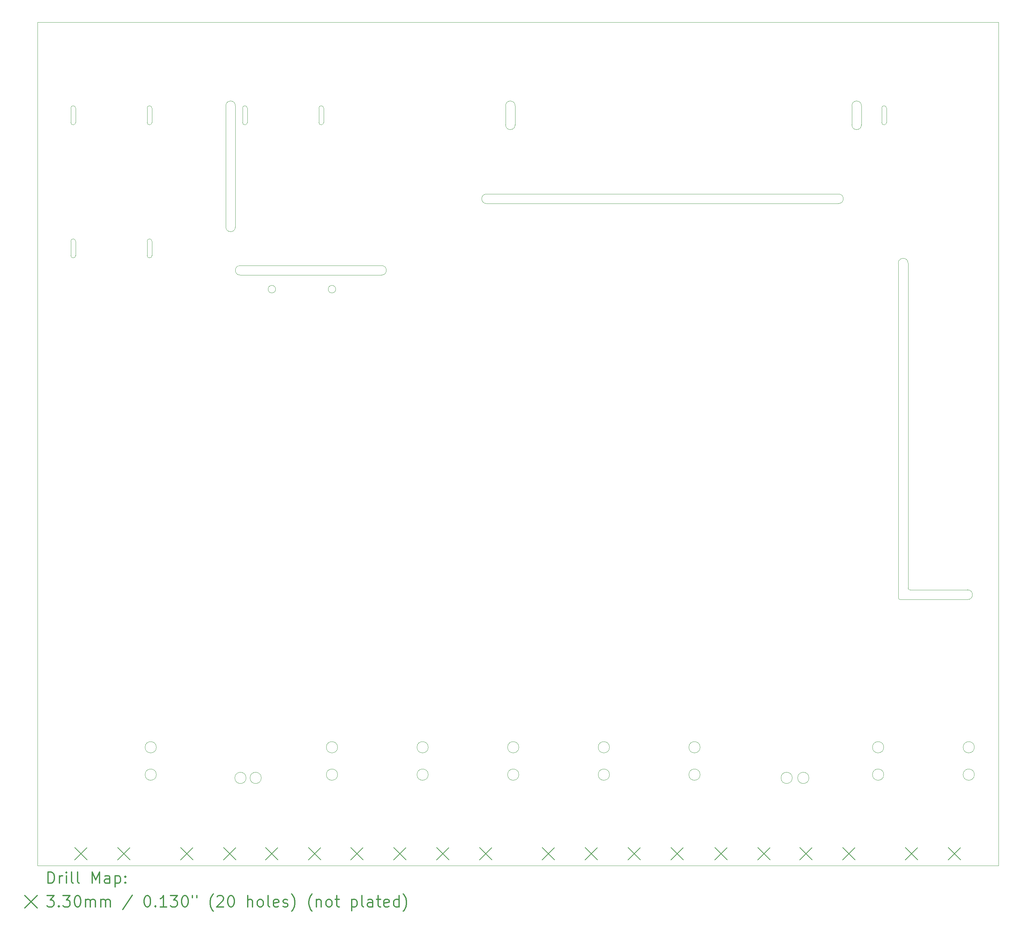
<source format=gbr>
%FSLAX45Y45*%
G04 Gerber Fmt 4.5, Leading zero omitted, Abs format (unit mm)*
G04 Created by KiCad (PCBNEW (5.1.6)-1) date 2023-01-22 17:07:29*
%MOMM*%
%LPD*%
G01*
G04 APERTURE LIST*
%TA.AperFunction,Profile*%
%ADD10C,0.050000*%
%TD*%
%ADD11C,0.200000*%
%ADD12C,0.300000*%
G04 APERTURE END LIST*
D10*
X13544550Y-5524500D02*
X13544550Y-5016500D01*
X13798550Y-5016500D02*
X13798550Y-5524500D01*
X13544550Y-5016500D02*
G75*
G02*
X13798550Y-5016500I127000J0D01*
G01*
X13798550Y-5524500D02*
G75*
G02*
X13544550Y-5524500I-127000J0D01*
G01*
X10242550Y-9271000D02*
G75*
G02*
X10242550Y-9525000I0J-127000D01*
G01*
X9021650Y-9899350D02*
G75*
G03*
X9021650Y-9899350I-100000J0D01*
G01*
X7421650Y-9899350D02*
G75*
G03*
X7421650Y-9899350I-100000J0D01*
G01*
X7039750Y-22910800D02*
G75*
G03*
X7039750Y-22910800I-150000J0D01*
G01*
X6635750Y-22910800D02*
G75*
G03*
X6635750Y-22910800I-150000J0D01*
G01*
X16310750Y-22824300D02*
G75*
G03*
X16310750Y-22824300I-150000J0D01*
G01*
X16310750Y-22095600D02*
G75*
G03*
X16310750Y-22095600I-150000J0D01*
G01*
X26026250Y-22824300D02*
G75*
G03*
X26026250Y-22824300I-150000J0D01*
G01*
X26026250Y-22095600D02*
G75*
G03*
X26026250Y-22095600I-150000J0D01*
G01*
X23613250Y-22824300D02*
G75*
G03*
X23613250Y-22824300I-150000J0D01*
G01*
X23613250Y-22095600D02*
G75*
G03*
X23613250Y-22095600I-150000J0D01*
G01*
X21621750Y-22910800D02*
G75*
G03*
X21621750Y-22910800I-150000J0D01*
G01*
X21177250Y-22910800D02*
G75*
G03*
X21177250Y-22910800I-150000J0D01*
G01*
X18723750Y-22824300D02*
G75*
G03*
X18723750Y-22824300I-150000J0D01*
G01*
X18723750Y-22095600D02*
G75*
G03*
X18723750Y-22095600I-150000J0D01*
G01*
X13897750Y-22824300D02*
G75*
G03*
X13897750Y-22824300I-150000J0D01*
G01*
X13897750Y-22095600D02*
G75*
G03*
X13897750Y-22095600I-150000J0D01*
G01*
X11484750Y-22824300D02*
G75*
G03*
X11484750Y-22824300I-150000J0D01*
G01*
X11484750Y-22095600D02*
G75*
G03*
X11484750Y-22095600I-150000J0D01*
G01*
X9071750Y-22824300D02*
G75*
G03*
X9071750Y-22824300I-150000J0D01*
G01*
X9071750Y-22095600D02*
G75*
G03*
X9071750Y-22095600I-150000J0D01*
G01*
X4245750Y-22095600D02*
G75*
G03*
X4245750Y-22095600I-150000J0D01*
G01*
X4245750Y-22824300D02*
G75*
G03*
X4245750Y-22824300I-150000J0D01*
G01*
X1968500Y-9004300D02*
X1968500Y-8623300D01*
X2095500Y-8623300D02*
X2095500Y-9004300D01*
X2095500Y-9004300D02*
G75*
G02*
X1968500Y-9004300I-63500J0D01*
G01*
X1968500Y-8623300D02*
G75*
G02*
X2095500Y-8623300I63500J0D01*
G01*
X4000500Y-9004300D02*
X4000500Y-8623300D01*
X4127500Y-8623300D02*
X4127500Y-9004300D01*
X4127500Y-9004300D02*
G75*
G02*
X4000500Y-9004300I-63500J0D01*
G01*
X4000500Y-8623300D02*
G75*
G02*
X4127500Y-8623300I63500J0D01*
G01*
X23018750Y-5524500D02*
G75*
G02*
X22764750Y-5524500I-127000J0D01*
G01*
X22764750Y-5016500D02*
G75*
G02*
X23018750Y-5016500I127000J0D01*
G01*
X6667500Y-5461000D02*
G75*
G02*
X6540500Y-5461000I-63500J0D01*
G01*
X23685500Y-5461000D02*
G75*
G02*
X23558500Y-5461000I-63500J0D01*
G01*
X23558500Y-5080000D02*
G75*
G02*
X23685500Y-5080000I63500J0D01*
G01*
X8699500Y-5461000D02*
G75*
G02*
X8572500Y-5461000I-63500J0D01*
G01*
X8572500Y-5080000D02*
G75*
G02*
X8699500Y-5080000I63500J0D01*
G01*
X6540500Y-5080000D02*
G75*
G02*
X6667500Y-5080000I63500J0D01*
G01*
X4127500Y-5461000D02*
G75*
G02*
X4000500Y-5461000I-63500J0D01*
G01*
X4000500Y-5080000D02*
G75*
G02*
X4127500Y-5080000I63500J0D01*
G01*
X2095500Y-5461000D02*
G75*
G02*
X1968500Y-5461000I-63500J0D01*
G01*
X1968500Y-5080000D02*
G75*
G02*
X2095500Y-5080000I63500J0D01*
G01*
X23685500Y-5080000D02*
X23685500Y-5461000D01*
X23558500Y-5461000D02*
X23558500Y-5080000D01*
X2095500Y-5080000D02*
X2095500Y-5461000D01*
X1968500Y-5461000D02*
X1968500Y-5080000D01*
X4127500Y-5080000D02*
X4127500Y-5461000D01*
X4000500Y-5461000D02*
X4000500Y-5080000D01*
X6667500Y-5080000D02*
X6667500Y-5461000D01*
X6540500Y-5461000D02*
X6540500Y-5080000D01*
X8699500Y-5080000D02*
X8699500Y-5461000D01*
X8572500Y-5461000D02*
X8572500Y-5080000D01*
X23018750Y-5016500D02*
X23018750Y-5524500D01*
X22764750Y-5524500D02*
X22764750Y-5016500D01*
X6096000Y-5016500D02*
G75*
G02*
X6350000Y-5016500I127000J0D01*
G01*
X6350000Y-8242300D02*
G75*
G02*
X6096000Y-8242300I-127000J0D01*
G01*
X6477000Y-9525000D02*
G75*
G02*
X6477000Y-9271000I0J127000D01*
G01*
X13036550Y-7620000D02*
G75*
G02*
X13036550Y-7366000I0J127000D01*
G01*
X22409150Y-7366000D02*
G75*
G02*
X22409150Y-7620000I0J-127000D01*
G01*
X24050722Y-18163731D02*
G75*
G02*
X24000460Y-18116550I-2510J47689D01*
G01*
X24310310Y-17903889D02*
G75*
G02*
X24260048Y-17856708I-2510J47689D01*
G01*
X24000000Y-9207500D02*
G75*
G02*
X24260000Y-9207500I130000J0D01*
G01*
X25844500Y-17904000D02*
G75*
G02*
X25844500Y-18164000I0J-130000D01*
G01*
X6096000Y-8242300D02*
X6096000Y-5016500D01*
X6350000Y-5016500D02*
X6350000Y-8242300D01*
X10242550Y-9271000D02*
X6477000Y-9271000D01*
X6477000Y-9525000D02*
X10242550Y-9525000D01*
X22409150Y-7366000D02*
X13036550Y-7366000D01*
X13036550Y-7620000D02*
X22409150Y-7620000D01*
X25844500Y-17904000D02*
X24310310Y-17903889D01*
X25844500Y-18164000D02*
X24050722Y-18163731D01*
X24260048Y-17856708D02*
X24260000Y-9207500D01*
X24000000Y-9207500D02*
X24000460Y-18116550D01*
X1079500Y-25247600D02*
X1079500Y-2794000D01*
X26670000Y-2794000D02*
X1079500Y-2794000D01*
X26670000Y-7112000D02*
X26670000Y-2794000D01*
X26670000Y-25247600D02*
X26670000Y-7112000D01*
X1079500Y-25247600D02*
X26670000Y-25247600D01*
D11*
X14516100Y-24765100D02*
X14846100Y-25095100D01*
X14846100Y-24765100D02*
X14516100Y-25095100D01*
X19113500Y-24765100D02*
X19443500Y-25095100D01*
X19443500Y-24765100D02*
X19113500Y-25095100D01*
X20256700Y-24765100D02*
X20586700Y-25095100D01*
X20586700Y-24765100D02*
X20256700Y-25095100D01*
X24188420Y-24765100D02*
X24518420Y-25095100D01*
X24518420Y-24765100D02*
X24188420Y-25095100D01*
X25331620Y-24765100D02*
X25661620Y-25095100D01*
X25661620Y-24765100D02*
X25331620Y-25095100D01*
X16802100Y-24765100D02*
X17132100Y-25095100D01*
X17132100Y-24765100D02*
X16802100Y-25095100D01*
X17945300Y-24765100D02*
X18275300Y-25095100D01*
X18275300Y-24765100D02*
X17945300Y-25095100D01*
X9423400Y-24765100D02*
X9753400Y-25095100D01*
X9753400Y-24765100D02*
X9423400Y-25095100D01*
X10566600Y-24765100D02*
X10896600Y-25095100D01*
X10896600Y-24765100D02*
X10566600Y-25095100D01*
X7150100Y-24765100D02*
X7480100Y-25095100D01*
X7480100Y-24765100D02*
X7150100Y-25095100D01*
X8293300Y-24765100D02*
X8623300Y-25095100D01*
X8623300Y-24765100D02*
X8293300Y-25095100D01*
X21374100Y-24765100D02*
X21704100Y-25095100D01*
X21704100Y-24765100D02*
X21374100Y-25095100D01*
X22517300Y-24765100D02*
X22847300Y-25095100D01*
X22847300Y-24765100D02*
X22517300Y-25095100D01*
X11709400Y-24765100D02*
X12039400Y-25095100D01*
X12039400Y-24765100D02*
X11709400Y-25095100D01*
X12852600Y-24765100D02*
X13182600Y-25095100D01*
X13182600Y-24765100D02*
X12852600Y-25095100D01*
X15659300Y-24765100D02*
X15989300Y-25095100D01*
X15989300Y-24765100D02*
X15659300Y-25095100D01*
X4889500Y-24765100D02*
X5219500Y-25095100D01*
X5219500Y-24765100D02*
X4889500Y-25095100D01*
X6032700Y-24765100D02*
X6362700Y-25095100D01*
X6362700Y-24765100D02*
X6032700Y-25095100D01*
X2070100Y-24765100D02*
X2400100Y-25095100D01*
X2400100Y-24765100D02*
X2070100Y-25095100D01*
X3213300Y-24765100D02*
X3543300Y-25095100D01*
X3543300Y-24765100D02*
X3213300Y-25095100D01*
D12*
X1363428Y-25715814D02*
X1363428Y-25415814D01*
X1434857Y-25415814D01*
X1477714Y-25430100D01*
X1506286Y-25458671D01*
X1520571Y-25487243D01*
X1534857Y-25544386D01*
X1534857Y-25587243D01*
X1520571Y-25644386D01*
X1506286Y-25672957D01*
X1477714Y-25701529D01*
X1434857Y-25715814D01*
X1363428Y-25715814D01*
X1663428Y-25715814D02*
X1663428Y-25515814D01*
X1663428Y-25572957D02*
X1677714Y-25544386D01*
X1692000Y-25530100D01*
X1720571Y-25515814D01*
X1749143Y-25515814D01*
X1849143Y-25715814D02*
X1849143Y-25515814D01*
X1849143Y-25415814D02*
X1834857Y-25430100D01*
X1849143Y-25444386D01*
X1863428Y-25430100D01*
X1849143Y-25415814D01*
X1849143Y-25444386D01*
X2034857Y-25715814D02*
X2006286Y-25701529D01*
X1992000Y-25672957D01*
X1992000Y-25415814D01*
X2192000Y-25715814D02*
X2163428Y-25701529D01*
X2149143Y-25672957D01*
X2149143Y-25415814D01*
X2534857Y-25715814D02*
X2534857Y-25415814D01*
X2634857Y-25630100D01*
X2734857Y-25415814D01*
X2734857Y-25715814D01*
X3006286Y-25715814D02*
X3006286Y-25558671D01*
X2992000Y-25530100D01*
X2963428Y-25515814D01*
X2906286Y-25515814D01*
X2877714Y-25530100D01*
X3006286Y-25701529D02*
X2977714Y-25715814D01*
X2906286Y-25715814D01*
X2877714Y-25701529D01*
X2863428Y-25672957D01*
X2863428Y-25644386D01*
X2877714Y-25615814D01*
X2906286Y-25601529D01*
X2977714Y-25601529D01*
X3006286Y-25587243D01*
X3149143Y-25515814D02*
X3149143Y-25815814D01*
X3149143Y-25530100D02*
X3177714Y-25515814D01*
X3234857Y-25515814D01*
X3263428Y-25530100D01*
X3277714Y-25544386D01*
X3292000Y-25572957D01*
X3292000Y-25658671D01*
X3277714Y-25687243D01*
X3263428Y-25701529D01*
X3234857Y-25715814D01*
X3177714Y-25715814D01*
X3149143Y-25701529D01*
X3420571Y-25687243D02*
X3434857Y-25701529D01*
X3420571Y-25715814D01*
X3406286Y-25701529D01*
X3420571Y-25687243D01*
X3420571Y-25715814D01*
X3420571Y-25530100D02*
X3434857Y-25544386D01*
X3420571Y-25558671D01*
X3406286Y-25544386D01*
X3420571Y-25530100D01*
X3420571Y-25558671D01*
X747000Y-26045100D02*
X1077000Y-26375100D01*
X1077000Y-26045100D02*
X747000Y-26375100D01*
X1334857Y-26045814D02*
X1520571Y-26045814D01*
X1420571Y-26160100D01*
X1463428Y-26160100D01*
X1492000Y-26174386D01*
X1506286Y-26188671D01*
X1520571Y-26217243D01*
X1520571Y-26288671D01*
X1506286Y-26317243D01*
X1492000Y-26331529D01*
X1463428Y-26345814D01*
X1377714Y-26345814D01*
X1349143Y-26331529D01*
X1334857Y-26317243D01*
X1649143Y-26317243D02*
X1663428Y-26331529D01*
X1649143Y-26345814D01*
X1634857Y-26331529D01*
X1649143Y-26317243D01*
X1649143Y-26345814D01*
X1763428Y-26045814D02*
X1949143Y-26045814D01*
X1849143Y-26160100D01*
X1892000Y-26160100D01*
X1920571Y-26174386D01*
X1934857Y-26188671D01*
X1949143Y-26217243D01*
X1949143Y-26288671D01*
X1934857Y-26317243D01*
X1920571Y-26331529D01*
X1892000Y-26345814D01*
X1806286Y-26345814D01*
X1777714Y-26331529D01*
X1763428Y-26317243D01*
X2134857Y-26045814D02*
X2163428Y-26045814D01*
X2192000Y-26060100D01*
X2206286Y-26074386D01*
X2220571Y-26102957D01*
X2234857Y-26160100D01*
X2234857Y-26231529D01*
X2220571Y-26288671D01*
X2206286Y-26317243D01*
X2192000Y-26331529D01*
X2163428Y-26345814D01*
X2134857Y-26345814D01*
X2106286Y-26331529D01*
X2092000Y-26317243D01*
X2077714Y-26288671D01*
X2063428Y-26231529D01*
X2063428Y-26160100D01*
X2077714Y-26102957D01*
X2092000Y-26074386D01*
X2106286Y-26060100D01*
X2134857Y-26045814D01*
X2363428Y-26345814D02*
X2363428Y-26145814D01*
X2363428Y-26174386D02*
X2377714Y-26160100D01*
X2406286Y-26145814D01*
X2449143Y-26145814D01*
X2477714Y-26160100D01*
X2492000Y-26188671D01*
X2492000Y-26345814D01*
X2492000Y-26188671D02*
X2506286Y-26160100D01*
X2534857Y-26145814D01*
X2577714Y-26145814D01*
X2606286Y-26160100D01*
X2620571Y-26188671D01*
X2620571Y-26345814D01*
X2763428Y-26345814D02*
X2763428Y-26145814D01*
X2763428Y-26174386D02*
X2777714Y-26160100D01*
X2806286Y-26145814D01*
X2849143Y-26145814D01*
X2877714Y-26160100D01*
X2892000Y-26188671D01*
X2892000Y-26345814D01*
X2892000Y-26188671D02*
X2906286Y-26160100D01*
X2934857Y-26145814D01*
X2977714Y-26145814D01*
X3006286Y-26160100D01*
X3020571Y-26188671D01*
X3020571Y-26345814D01*
X3606286Y-26031529D02*
X3349143Y-26417243D01*
X3992000Y-26045814D02*
X4020571Y-26045814D01*
X4049143Y-26060100D01*
X4063428Y-26074386D01*
X4077714Y-26102957D01*
X4092000Y-26160100D01*
X4092000Y-26231529D01*
X4077714Y-26288671D01*
X4063428Y-26317243D01*
X4049143Y-26331529D01*
X4020571Y-26345814D01*
X3992000Y-26345814D01*
X3963428Y-26331529D01*
X3949143Y-26317243D01*
X3934857Y-26288671D01*
X3920571Y-26231529D01*
X3920571Y-26160100D01*
X3934857Y-26102957D01*
X3949143Y-26074386D01*
X3963428Y-26060100D01*
X3992000Y-26045814D01*
X4220571Y-26317243D02*
X4234857Y-26331529D01*
X4220571Y-26345814D01*
X4206286Y-26331529D01*
X4220571Y-26317243D01*
X4220571Y-26345814D01*
X4520571Y-26345814D02*
X4349143Y-26345814D01*
X4434857Y-26345814D02*
X4434857Y-26045814D01*
X4406286Y-26088671D01*
X4377714Y-26117243D01*
X4349143Y-26131529D01*
X4620571Y-26045814D02*
X4806286Y-26045814D01*
X4706286Y-26160100D01*
X4749143Y-26160100D01*
X4777714Y-26174386D01*
X4792000Y-26188671D01*
X4806286Y-26217243D01*
X4806286Y-26288671D01*
X4792000Y-26317243D01*
X4777714Y-26331529D01*
X4749143Y-26345814D01*
X4663428Y-26345814D01*
X4634857Y-26331529D01*
X4620571Y-26317243D01*
X4992000Y-26045814D02*
X5020571Y-26045814D01*
X5049143Y-26060100D01*
X5063428Y-26074386D01*
X5077714Y-26102957D01*
X5092000Y-26160100D01*
X5092000Y-26231529D01*
X5077714Y-26288671D01*
X5063428Y-26317243D01*
X5049143Y-26331529D01*
X5020571Y-26345814D01*
X4992000Y-26345814D01*
X4963428Y-26331529D01*
X4949143Y-26317243D01*
X4934857Y-26288671D01*
X4920571Y-26231529D01*
X4920571Y-26160100D01*
X4934857Y-26102957D01*
X4949143Y-26074386D01*
X4963428Y-26060100D01*
X4992000Y-26045814D01*
X5206286Y-26045814D02*
X5206286Y-26102957D01*
X5320571Y-26045814D02*
X5320571Y-26102957D01*
X5763428Y-26460100D02*
X5749143Y-26445814D01*
X5720571Y-26402957D01*
X5706286Y-26374386D01*
X5692000Y-26331529D01*
X5677714Y-26260100D01*
X5677714Y-26202957D01*
X5692000Y-26131529D01*
X5706286Y-26088671D01*
X5720571Y-26060100D01*
X5749143Y-26017243D01*
X5763428Y-26002957D01*
X5863428Y-26074386D02*
X5877714Y-26060100D01*
X5906286Y-26045814D01*
X5977714Y-26045814D01*
X6006286Y-26060100D01*
X6020571Y-26074386D01*
X6034857Y-26102957D01*
X6034857Y-26131529D01*
X6020571Y-26174386D01*
X5849143Y-26345814D01*
X6034857Y-26345814D01*
X6220571Y-26045814D02*
X6249143Y-26045814D01*
X6277714Y-26060100D01*
X6292000Y-26074386D01*
X6306286Y-26102957D01*
X6320571Y-26160100D01*
X6320571Y-26231529D01*
X6306286Y-26288671D01*
X6292000Y-26317243D01*
X6277714Y-26331529D01*
X6249143Y-26345814D01*
X6220571Y-26345814D01*
X6192000Y-26331529D01*
X6177714Y-26317243D01*
X6163428Y-26288671D01*
X6149143Y-26231529D01*
X6149143Y-26160100D01*
X6163428Y-26102957D01*
X6177714Y-26074386D01*
X6192000Y-26060100D01*
X6220571Y-26045814D01*
X6677714Y-26345814D02*
X6677714Y-26045814D01*
X6806286Y-26345814D02*
X6806286Y-26188671D01*
X6792000Y-26160100D01*
X6763428Y-26145814D01*
X6720571Y-26145814D01*
X6692000Y-26160100D01*
X6677714Y-26174386D01*
X6992000Y-26345814D02*
X6963428Y-26331529D01*
X6949143Y-26317243D01*
X6934857Y-26288671D01*
X6934857Y-26202957D01*
X6949143Y-26174386D01*
X6963428Y-26160100D01*
X6992000Y-26145814D01*
X7034857Y-26145814D01*
X7063428Y-26160100D01*
X7077714Y-26174386D01*
X7092000Y-26202957D01*
X7092000Y-26288671D01*
X7077714Y-26317243D01*
X7063428Y-26331529D01*
X7034857Y-26345814D01*
X6992000Y-26345814D01*
X7263428Y-26345814D02*
X7234857Y-26331529D01*
X7220571Y-26302957D01*
X7220571Y-26045814D01*
X7492000Y-26331529D02*
X7463428Y-26345814D01*
X7406286Y-26345814D01*
X7377714Y-26331529D01*
X7363428Y-26302957D01*
X7363428Y-26188671D01*
X7377714Y-26160100D01*
X7406286Y-26145814D01*
X7463428Y-26145814D01*
X7492000Y-26160100D01*
X7506286Y-26188671D01*
X7506286Y-26217243D01*
X7363428Y-26245814D01*
X7620571Y-26331529D02*
X7649143Y-26345814D01*
X7706286Y-26345814D01*
X7734857Y-26331529D01*
X7749143Y-26302957D01*
X7749143Y-26288671D01*
X7734857Y-26260100D01*
X7706286Y-26245814D01*
X7663428Y-26245814D01*
X7634857Y-26231529D01*
X7620571Y-26202957D01*
X7620571Y-26188671D01*
X7634857Y-26160100D01*
X7663428Y-26145814D01*
X7706286Y-26145814D01*
X7734857Y-26160100D01*
X7849143Y-26460100D02*
X7863428Y-26445814D01*
X7892000Y-26402957D01*
X7906286Y-26374386D01*
X7920571Y-26331529D01*
X7934857Y-26260100D01*
X7934857Y-26202957D01*
X7920571Y-26131529D01*
X7906286Y-26088671D01*
X7892000Y-26060100D01*
X7863428Y-26017243D01*
X7849143Y-26002957D01*
X8392000Y-26460100D02*
X8377714Y-26445814D01*
X8349143Y-26402957D01*
X8334857Y-26374386D01*
X8320571Y-26331529D01*
X8306286Y-26260100D01*
X8306286Y-26202957D01*
X8320571Y-26131529D01*
X8334857Y-26088671D01*
X8349143Y-26060100D01*
X8377714Y-26017243D01*
X8392000Y-26002957D01*
X8506286Y-26145814D02*
X8506286Y-26345814D01*
X8506286Y-26174386D02*
X8520571Y-26160100D01*
X8549143Y-26145814D01*
X8592000Y-26145814D01*
X8620571Y-26160100D01*
X8634857Y-26188671D01*
X8634857Y-26345814D01*
X8820571Y-26345814D02*
X8792000Y-26331529D01*
X8777714Y-26317243D01*
X8763428Y-26288671D01*
X8763428Y-26202957D01*
X8777714Y-26174386D01*
X8792000Y-26160100D01*
X8820571Y-26145814D01*
X8863428Y-26145814D01*
X8892000Y-26160100D01*
X8906286Y-26174386D01*
X8920571Y-26202957D01*
X8920571Y-26288671D01*
X8906286Y-26317243D01*
X8892000Y-26331529D01*
X8863428Y-26345814D01*
X8820571Y-26345814D01*
X9006286Y-26145814D02*
X9120571Y-26145814D01*
X9049143Y-26045814D02*
X9049143Y-26302957D01*
X9063428Y-26331529D01*
X9092000Y-26345814D01*
X9120571Y-26345814D01*
X9449143Y-26145814D02*
X9449143Y-26445814D01*
X9449143Y-26160100D02*
X9477714Y-26145814D01*
X9534857Y-26145814D01*
X9563428Y-26160100D01*
X9577714Y-26174386D01*
X9592000Y-26202957D01*
X9592000Y-26288671D01*
X9577714Y-26317243D01*
X9563428Y-26331529D01*
X9534857Y-26345814D01*
X9477714Y-26345814D01*
X9449143Y-26331529D01*
X9763428Y-26345814D02*
X9734857Y-26331529D01*
X9720571Y-26302957D01*
X9720571Y-26045814D01*
X10006286Y-26345814D02*
X10006286Y-26188671D01*
X9992000Y-26160100D01*
X9963428Y-26145814D01*
X9906286Y-26145814D01*
X9877714Y-26160100D01*
X10006286Y-26331529D02*
X9977714Y-26345814D01*
X9906286Y-26345814D01*
X9877714Y-26331529D01*
X9863428Y-26302957D01*
X9863428Y-26274386D01*
X9877714Y-26245814D01*
X9906286Y-26231529D01*
X9977714Y-26231529D01*
X10006286Y-26217243D01*
X10106286Y-26145814D02*
X10220571Y-26145814D01*
X10149143Y-26045814D02*
X10149143Y-26302957D01*
X10163428Y-26331529D01*
X10192000Y-26345814D01*
X10220571Y-26345814D01*
X10434857Y-26331529D02*
X10406286Y-26345814D01*
X10349143Y-26345814D01*
X10320571Y-26331529D01*
X10306286Y-26302957D01*
X10306286Y-26188671D01*
X10320571Y-26160100D01*
X10349143Y-26145814D01*
X10406286Y-26145814D01*
X10434857Y-26160100D01*
X10449143Y-26188671D01*
X10449143Y-26217243D01*
X10306286Y-26245814D01*
X10706286Y-26345814D02*
X10706286Y-26045814D01*
X10706286Y-26331529D02*
X10677714Y-26345814D01*
X10620571Y-26345814D01*
X10592000Y-26331529D01*
X10577714Y-26317243D01*
X10563428Y-26288671D01*
X10563428Y-26202957D01*
X10577714Y-26174386D01*
X10592000Y-26160100D01*
X10620571Y-26145814D01*
X10677714Y-26145814D01*
X10706286Y-26160100D01*
X10820571Y-26460100D02*
X10834857Y-26445814D01*
X10863428Y-26402957D01*
X10877714Y-26374386D01*
X10892000Y-26331529D01*
X10906286Y-26260100D01*
X10906286Y-26202957D01*
X10892000Y-26131529D01*
X10877714Y-26088671D01*
X10863428Y-26060100D01*
X10834857Y-26017243D01*
X10820571Y-26002957D01*
M02*

</source>
